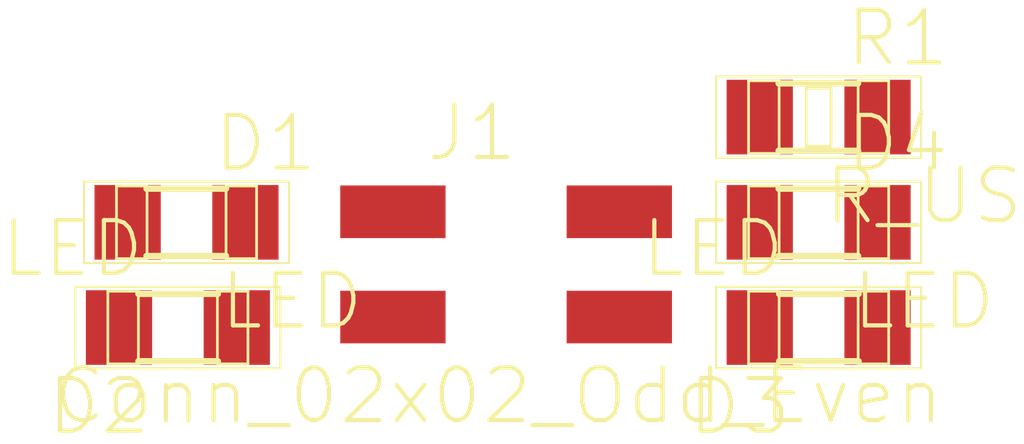
<source format=kicad_pcb>
(kicad_pcb (version 20171130) (host pcbnew 5.0.1)

  (general
    (thickness 1.6)
    (drawings 0)
    (tracks 0)
    (zones 0)
    (modules 6)
    (nets 9)
  )

  (page A4)
  (layers
    (0 F.Cu signal)
    (31 B.Cu signal)
    (32 B.Adhes user)
    (33 F.Adhes user)
    (34 B.Paste user)
    (35 F.Paste user)
    (36 B.SilkS user)
    (37 F.SilkS user)
    (38 B.Mask user)
    (39 F.Mask user)
    (40 Dwgs.User user)
    (41 Cmts.User user)
    (42 Eco1.User user)
    (43 Eco2.User user)
    (44 Edge.Cuts user)
    (45 Margin user)
    (46 B.CrtYd user)
    (47 F.CrtYd user)
    (48 B.Fab user)
    (49 F.Fab user)
  )

  (setup
    (last_trace_width 0.4)
    (trace_clearance 0.4)
    (zone_clearance 0.508)
    (zone_45_only no)
    (trace_min 0.4)
    (segment_width 0.2)
    (edge_width 0.15)
    (via_size 0.8)
    (via_drill 0.4)
    (via_min_size 0.4)
    (via_min_drill 0.3)
    (uvia_size 0.3)
    (uvia_drill 0.1)
    (uvias_allowed no)
    (uvia_min_size 0.2)
    (uvia_min_drill 0.1)
    (pcb_text_width 0.3)
    (pcb_text_size 1.5 1.5)
    (mod_edge_width 0.15)
    (mod_text_size 1 1)
    (mod_text_width 0.15)
    (pad_size 1.524 1.524)
    (pad_drill 0.762)
    (pad_to_mask_clearance 0.051)
    (solder_mask_min_width 0.25)
    (aux_axis_origin 0 0)
    (visible_elements FFFFFF7F)
    (pcbplotparams
      (layerselection 0x010fc_ffffffff)
      (usegerberextensions false)
      (usegerberattributes false)
      (usegerberadvancedattributes false)
      (creategerberjobfile false)
      (excludeedgelayer true)
      (linewidth 0.100000)
      (plotframeref false)
      (viasonmask false)
      (mode 1)
      (useauxorigin false)
      (hpglpennumber 1)
      (hpglpenspeed 20)
      (hpglpendiameter 15.000000)
      (psnegative false)
      (psa4output false)
      (plotreference true)
      (plotvalue true)
      (plotinvisibletext false)
      (padsonsilk false)
      (subtractmaskfromsilk false)
      (outputformat 1)
      (mirror false)
      (drillshape 1)
      (scaleselection 1)
      (outputdirectory ""))
  )

  (net 0 "")
  (net 1 "Net-(D1-Pad1)")
  (net 2 +5V)
  (net 3 "Net-(D2-Pad1)")
  (net 4 "Net-(D3-Pad1)")
  (net 5 "Net-(D4-Pad1)")
  (net 6 Earth)
  (net 7 "Net-(J1-Pad3)")
  (net 8 "Net-(J1-Pad4)")

  (net_class Default "This is the default net class."
    (clearance 0.4)
    (trace_width 0.4)
    (via_dia 0.8)
    (via_drill 0.4)
    (uvia_dia 0.3)
    (uvia_drill 0.1)
    (diff_pair_gap 0.25)
    (diff_pair_width 0.4)
    (add_net +5V)
    (add_net Earth)
    (add_net "Net-(D1-Pad1)")
    (add_net "Net-(D2-Pad1)")
    (add_net "Net-(D3-Pad1)")
    (add_net "Net-(D4-Pad1)")
    (add_net "Net-(J1-Pad3)")
    (add_net "Net-(J1-Pad4)")
  )

  (module fab:fab-LED1206 (layer F.Cu) (tedit 200000) (tstamp 5C1201F5)
    (at 109.83214 145.288)
    (descr "LED 1206 PADS (STANDARD PATTERN)")
    (tags "LED 1206 PADS (STANDARD PATTERN)")
    (path /5C08640E)
    (attr smd)
    (fp_text reference D1 (at 1.905 -1.905) (layer F.SilkS)
      (effects (font (size 1.27 1.27) (thickness 0.1016)))
    )
    (fp_text value LED (at 2.54 1.905) (layer F.SilkS)
      (effects (font (size 1.27 1.27) (thickness 0.1016)))
    )
    (fp_line (start -1.6891 0.8763) (end -0.9525 0.8763) (layer F.SilkS) (width 0.06604))
    (fp_line (start -0.9525 0.8763) (end -0.9525 -0.8763) (layer F.SilkS) (width 0.06604))
    (fp_line (start -1.6891 -0.8763) (end -0.9525 -0.8763) (layer F.SilkS) (width 0.06604))
    (fp_line (start -1.6891 0.8763) (end -1.6891 -0.8763) (layer F.SilkS) (width 0.06604))
    (fp_line (start 0.9525 0.8763) (end 1.6891 0.8763) (layer F.SilkS) (width 0.06604))
    (fp_line (start 1.6891 0.8763) (end 1.6891 -0.8763) (layer F.SilkS) (width 0.06604))
    (fp_line (start 0.9525 -0.8763) (end 1.6891 -0.8763) (layer F.SilkS) (width 0.06604))
    (fp_line (start 0.9525 0.8763) (end 0.9525 -0.8763) (layer F.SilkS) (width 0.06604))
    (fp_line (start 0.9525 0.8128) (end -0.9652 0.8128) (layer F.SilkS) (width 0.1524))
    (fp_line (start 0.9525 -0.8128) (end -0.9652 -0.8128) (layer F.SilkS) (width 0.1524))
    (fp_line (start -2.47142 -0.98298) (end 2.47142 -0.98298) (layer F.SilkS) (width 0.0508))
    (fp_line (start 2.47142 -0.98298) (end 2.47142 0.98298) (layer F.SilkS) (width 0.0508))
    (fp_line (start 2.47142 0.98298) (end -2.47142 0.98298) (layer F.SilkS) (width 0.0508))
    (fp_line (start -2.47142 0.98298) (end -2.47142 -0.98298) (layer F.SilkS) (width 0.0508))
    (pad 1 smd rect (at -1.41986 0) (size 1.59766 1.80086) (layers F.Cu F.Paste F.Mask)
      (net 1 "Net-(D1-Pad1)"))
    (pad 2 smd rect (at 1.41986 0) (size 1.59766 1.80086) (layers F.Cu F.Paste F.Mask)
      (net 2 +5V))
  )

  (module fab:fab-LED1206 (layer F.Cu) (tedit 200000) (tstamp 5C120209)
    (at 109.62386 147.828 180)
    (descr "LED 1206 PADS (STANDARD PATTERN)")
    (tags "LED 1206 PADS (STANDARD PATTERN)")
    (path /5C0864E0)
    (attr smd)
    (fp_text reference D2 (at 1.905 -1.905 180) (layer F.SilkS)
      (effects (font (size 1.27 1.27) (thickness 0.1016)))
    )
    (fp_text value LED (at 2.54 1.905 180) (layer F.SilkS)
      (effects (font (size 1.27 1.27) (thickness 0.1016)))
    )
    (fp_line (start -2.47142 0.98298) (end -2.47142 -0.98298) (layer F.SilkS) (width 0.0508))
    (fp_line (start 2.47142 0.98298) (end -2.47142 0.98298) (layer F.SilkS) (width 0.0508))
    (fp_line (start 2.47142 -0.98298) (end 2.47142 0.98298) (layer F.SilkS) (width 0.0508))
    (fp_line (start -2.47142 -0.98298) (end 2.47142 -0.98298) (layer F.SilkS) (width 0.0508))
    (fp_line (start 0.9525 -0.8128) (end -0.9652 -0.8128) (layer F.SilkS) (width 0.1524))
    (fp_line (start 0.9525 0.8128) (end -0.9652 0.8128) (layer F.SilkS) (width 0.1524))
    (fp_line (start 0.9525 0.8763) (end 0.9525 -0.8763) (layer F.SilkS) (width 0.06604))
    (fp_line (start 0.9525 -0.8763) (end 1.6891 -0.8763) (layer F.SilkS) (width 0.06604))
    (fp_line (start 1.6891 0.8763) (end 1.6891 -0.8763) (layer F.SilkS) (width 0.06604))
    (fp_line (start 0.9525 0.8763) (end 1.6891 0.8763) (layer F.SilkS) (width 0.06604))
    (fp_line (start -1.6891 0.8763) (end -1.6891 -0.8763) (layer F.SilkS) (width 0.06604))
    (fp_line (start -1.6891 -0.8763) (end -0.9525 -0.8763) (layer F.SilkS) (width 0.06604))
    (fp_line (start -0.9525 0.8763) (end -0.9525 -0.8763) (layer F.SilkS) (width 0.06604))
    (fp_line (start -1.6891 0.8763) (end -0.9525 0.8763) (layer F.SilkS) (width 0.06604))
    (pad 2 smd rect (at 1.41986 0 180) (size 1.59766 1.80086) (layers F.Cu F.Paste F.Mask)
      (net 1 "Net-(D1-Pad1)"))
    (pad 1 smd rect (at -1.41986 0 180) (size 1.59766 1.80086) (layers F.Cu F.Paste F.Mask)
      (net 3 "Net-(D2-Pad1)"))
  )

  (module fab:fab-LED1206 (layer F.Cu) (tedit 200000) (tstamp 5C12021D)
    (at 125.07214 147.828 180)
    (descr "LED 1206 PADS (STANDARD PATTERN)")
    (tags "LED 1206 PADS (STANDARD PATTERN)")
    (path /5C08652B)
    (attr smd)
    (fp_text reference D3 (at 1.905 -1.905 180) (layer F.SilkS)
      (effects (font (size 1.27 1.27) (thickness 0.1016)))
    )
    (fp_text value LED (at 2.54 1.905 180) (layer F.SilkS)
      (effects (font (size 1.27 1.27) (thickness 0.1016)))
    )
    (fp_line (start -1.6891 0.8763) (end -0.9525 0.8763) (layer F.SilkS) (width 0.06604))
    (fp_line (start -0.9525 0.8763) (end -0.9525 -0.8763) (layer F.SilkS) (width 0.06604))
    (fp_line (start -1.6891 -0.8763) (end -0.9525 -0.8763) (layer F.SilkS) (width 0.06604))
    (fp_line (start -1.6891 0.8763) (end -1.6891 -0.8763) (layer F.SilkS) (width 0.06604))
    (fp_line (start 0.9525 0.8763) (end 1.6891 0.8763) (layer F.SilkS) (width 0.06604))
    (fp_line (start 1.6891 0.8763) (end 1.6891 -0.8763) (layer F.SilkS) (width 0.06604))
    (fp_line (start 0.9525 -0.8763) (end 1.6891 -0.8763) (layer F.SilkS) (width 0.06604))
    (fp_line (start 0.9525 0.8763) (end 0.9525 -0.8763) (layer F.SilkS) (width 0.06604))
    (fp_line (start 0.9525 0.8128) (end -0.9652 0.8128) (layer F.SilkS) (width 0.1524))
    (fp_line (start 0.9525 -0.8128) (end -0.9652 -0.8128) (layer F.SilkS) (width 0.1524))
    (fp_line (start -2.47142 -0.98298) (end 2.47142 -0.98298) (layer F.SilkS) (width 0.0508))
    (fp_line (start 2.47142 -0.98298) (end 2.47142 0.98298) (layer F.SilkS) (width 0.0508))
    (fp_line (start 2.47142 0.98298) (end -2.47142 0.98298) (layer F.SilkS) (width 0.0508))
    (fp_line (start -2.47142 0.98298) (end -2.47142 -0.98298) (layer F.SilkS) (width 0.0508))
    (pad 1 smd rect (at -1.41986 0 180) (size 1.59766 1.80086) (layers F.Cu F.Paste F.Mask)
      (net 4 "Net-(D3-Pad1)"))
    (pad 2 smd rect (at 1.41986 0 180) (size 1.59766 1.80086) (layers F.Cu F.Paste F.Mask)
      (net 3 "Net-(D2-Pad1)"))
  )

  (module fab:fab-LED1206 (layer F.Cu) (tedit 200000) (tstamp 5C120231)
    (at 125.07214 145.288)
    (descr "LED 1206 PADS (STANDARD PATTERN)")
    (tags "LED 1206 PADS (STANDARD PATTERN)")
    (path /5C086532)
    (attr smd)
    (fp_text reference D4 (at 1.905 -1.905) (layer F.SilkS)
      (effects (font (size 1.27 1.27) (thickness 0.1016)))
    )
    (fp_text value LED (at 2.54 1.905) (layer F.SilkS)
      (effects (font (size 1.27 1.27) (thickness 0.1016)))
    )
    (fp_line (start -2.47142 0.98298) (end -2.47142 -0.98298) (layer F.SilkS) (width 0.0508))
    (fp_line (start 2.47142 0.98298) (end -2.47142 0.98298) (layer F.SilkS) (width 0.0508))
    (fp_line (start 2.47142 -0.98298) (end 2.47142 0.98298) (layer F.SilkS) (width 0.0508))
    (fp_line (start -2.47142 -0.98298) (end 2.47142 -0.98298) (layer F.SilkS) (width 0.0508))
    (fp_line (start 0.9525 -0.8128) (end -0.9652 -0.8128) (layer F.SilkS) (width 0.1524))
    (fp_line (start 0.9525 0.8128) (end -0.9652 0.8128) (layer F.SilkS) (width 0.1524))
    (fp_line (start 0.9525 0.8763) (end 0.9525 -0.8763) (layer F.SilkS) (width 0.06604))
    (fp_line (start 0.9525 -0.8763) (end 1.6891 -0.8763) (layer F.SilkS) (width 0.06604))
    (fp_line (start 1.6891 0.8763) (end 1.6891 -0.8763) (layer F.SilkS) (width 0.06604))
    (fp_line (start 0.9525 0.8763) (end 1.6891 0.8763) (layer F.SilkS) (width 0.06604))
    (fp_line (start -1.6891 0.8763) (end -1.6891 -0.8763) (layer F.SilkS) (width 0.06604))
    (fp_line (start -1.6891 -0.8763) (end -0.9525 -0.8763) (layer F.SilkS) (width 0.06604))
    (fp_line (start -0.9525 0.8763) (end -0.9525 -0.8763) (layer F.SilkS) (width 0.06604))
    (fp_line (start -1.6891 0.8763) (end -0.9525 0.8763) (layer F.SilkS) (width 0.06604))
    (pad 2 smd rect (at 1.41986 0) (size 1.59766 1.80086) (layers F.Cu F.Paste F.Mask)
      (net 4 "Net-(D3-Pad1)"))
    (pad 1 smd rect (at -1.41986 0) (size 1.59766 1.80086) (layers F.Cu F.Paste F.Mask)
      (net 5 "Net-(D4-Pad1)"))
  )

  (module fab:fab-2X02SMD (layer F.Cu) (tedit 200000) (tstamp 5C120239)
    (at 117.348 146.304)
    (path /5C0868E6)
    (attr smd)
    (fp_text reference J1 (at -0.635 -3.175) (layer F.SilkS)
      (effects (font (size 1.27 1.27) (thickness 0.1016)))
    )
    (fp_text value Conn_02x02_Odd_Even (at 0 3.175) (layer F.SilkS)
      (effects (font (size 1.27 1.27) (thickness 0.1016)))
    )
    (pad 1 smd rect (at -2.54 -1.27) (size 2.54 1.27) (layers F.Cu F.Paste F.Mask)
      (net 2 +5V))
    (pad 2 smd rect (at 2.91846 -1.27) (size 2.54 1.27) (layers F.Cu F.Paste F.Mask)
      (net 6 Earth))
    (pad 3 smd rect (at -2.54 1.27) (size 2.54 1.27) (layers F.Cu F.Paste F.Mask)
      (net 7 "Net-(J1-Pad3)"))
    (pad 4 smd rect (at 2.91846 1.27) (size 2.54 1.27) (layers F.Cu F.Paste F.Mask)
      (net 8 "Net-(J1-Pad4)"))
  )

  (module fab:fab-R1206 (layer F.Cu) (tedit 200000) (tstamp 5C120259)
    (at 125.07214 142.748)
    (descr RESISTOR)
    (tags RESISTOR)
    (path /5C086E9E)
    (attr smd)
    (fp_text reference R1 (at 1.905 -1.905) (layer F.SilkS)
      (effects (font (size 1.27 1.27) (thickness 0.1016)))
    )
    (fp_text value R_US (at 2.54 1.905) (layer F.SilkS)
      (effects (font (size 1.27 1.27) (thickness 0.1016)))
    )
    (fp_line (start -1.6891 0.8763) (end -0.9525 0.8763) (layer F.SilkS) (width 0.06604))
    (fp_line (start -0.9525 0.8763) (end -0.9525 -0.8763) (layer F.SilkS) (width 0.06604))
    (fp_line (start -1.6891 -0.8763) (end -0.9525 -0.8763) (layer F.SilkS) (width 0.06604))
    (fp_line (start -1.6891 0.8763) (end -1.6891 -0.8763) (layer F.SilkS) (width 0.06604))
    (fp_line (start 0.9525 0.8763) (end 1.6891 0.8763) (layer F.SilkS) (width 0.06604))
    (fp_line (start 1.6891 0.8763) (end 1.6891 -0.8763) (layer F.SilkS) (width 0.06604))
    (fp_line (start 0.9525 -0.8763) (end 1.6891 -0.8763) (layer F.SilkS) (width 0.06604))
    (fp_line (start 0.9525 0.8763) (end 0.9525 -0.8763) (layer F.SilkS) (width 0.06604))
    (fp_line (start -0.29972 0.6985) (end 0.29972 0.6985) (layer F.SilkS) (width 0.06604))
    (fp_line (start 0.29972 0.6985) (end 0.29972 -0.6985) (layer F.SilkS) (width 0.06604))
    (fp_line (start -0.29972 -0.6985) (end 0.29972 -0.6985) (layer F.SilkS) (width 0.06604))
    (fp_line (start -0.29972 0.6985) (end -0.29972 -0.6985) (layer F.SilkS) (width 0.06604))
    (fp_line (start 0.9525 0.8128) (end -0.9652 0.8128) (layer F.SilkS) (width 0.1524))
    (fp_line (start 0.9525 -0.8128) (end -0.9652 -0.8128) (layer F.SilkS) (width 0.1524))
    (fp_line (start -2.47142 -0.98298) (end 2.47142 -0.98298) (layer F.SilkS) (width 0.0508))
    (fp_line (start 2.47142 -0.98298) (end 2.47142 0.98298) (layer F.SilkS) (width 0.0508))
    (fp_line (start 2.47142 0.98298) (end -2.47142 0.98298) (layer F.SilkS) (width 0.0508))
    (fp_line (start -2.47142 0.98298) (end -2.47142 -0.98298) (layer F.SilkS) (width 0.0508))
    (pad 1 smd rect (at -1.41986 0) (size 1.59766 1.80086) (layers F.Cu F.Paste F.Mask)
      (net 6 Earth))
    (pad 2 smd rect (at 1.41986 0) (size 1.59766 1.80086) (layers F.Cu F.Paste F.Mask)
      (net 5 "Net-(D4-Pad1)"))
  )

)

</source>
